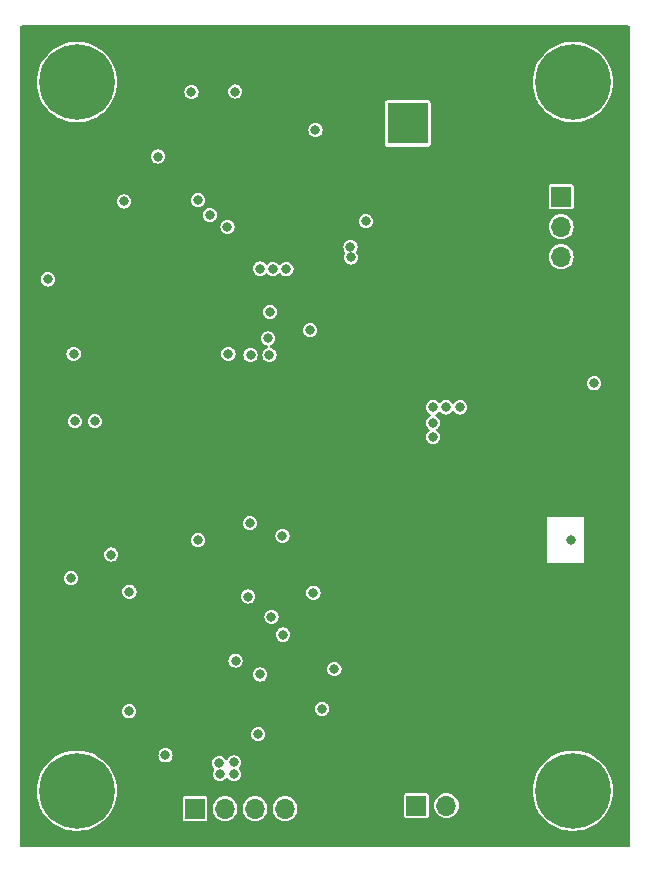
<source format=gbr>
%TF.GenerationSoftware,KiCad,Pcbnew,7.0.2-0*%
%TF.CreationDate,2025-01-08T12:57:51-05:00*%
%TF.ProjectId,plaqchek_power,706c6171-6368-4656-9b5f-706f7765722e,rev?*%
%TF.SameCoordinates,Original*%
%TF.FileFunction,Copper,L2,Inr*%
%TF.FilePolarity,Positive*%
%FSLAX46Y46*%
G04 Gerber Fmt 4.6, Leading zero omitted, Abs format (unit mm)*
G04 Created by KiCad (PCBNEW 7.0.2-0) date 2025-01-08 12:57:51*
%MOMM*%
%LPD*%
G01*
G04 APERTURE LIST*
G04 Aperture macros list*
%AMRoundRect*
0 Rectangle with rounded corners*
0 $1 Rounding radius*
0 $2 $3 $4 $5 $6 $7 $8 $9 X,Y pos of 4 corners*
0 Add a 4 corners polygon primitive as box body*
4,1,4,$2,$3,$4,$5,$6,$7,$8,$9,$2,$3,0*
0 Add four circle primitives for the rounded corners*
1,1,$1+$1,$2,$3*
1,1,$1+$1,$4,$5*
1,1,$1+$1,$6,$7*
1,1,$1+$1,$8,$9*
0 Add four rect primitives between the rounded corners*
20,1,$1+$1,$2,$3,$4,$5,0*
20,1,$1+$1,$4,$5,$6,$7,0*
20,1,$1+$1,$6,$7,$8,$9,0*
20,1,$1+$1,$8,$9,$2,$3,0*%
G04 Aperture macros list end*
%TA.AperFunction,ComponentPad*%
%ADD10R,3.500000X3.500000*%
%TD*%
%TA.AperFunction,ComponentPad*%
%ADD11RoundRect,0.750000X-1.000000X0.750000X-1.000000X-0.750000X1.000000X-0.750000X1.000000X0.750000X0*%
%TD*%
%TA.AperFunction,ComponentPad*%
%ADD12RoundRect,0.875000X-0.875000X0.875000X-0.875000X-0.875000X0.875000X-0.875000X0.875000X0.875000X0*%
%TD*%
%TA.AperFunction,ComponentPad*%
%ADD13R,1.700000X1.700000*%
%TD*%
%TA.AperFunction,ComponentPad*%
%ADD14O,1.700000X1.700000*%
%TD*%
%TA.AperFunction,ComponentPad*%
%ADD15C,6.400000*%
%TD*%
%TA.AperFunction,ViaPad*%
%ADD16C,0.800000*%
%TD*%
G04 APERTURE END LIST*
D10*
%TO.N,+12V*%
%TO.C,J3*%
X154275000Y-64300000D03*
D11*
%TO.N,GND*%
X154275000Y-58300000D03*
D12*
X149575000Y-61300000D03*
%TD*%
D13*
%TO.N,SIPM_BIAS_OUT*%
%TO.C,J1*%
X136275000Y-122300000D03*
D14*
%TO.N,+6V*%
X138815000Y-122300000D03*
%TO.N,+3V3*%
X141355000Y-122300000D03*
%TO.N,-6V5*%
X143895000Y-122300000D03*
%TO.N,GND*%
X146435000Y-122300000D03*
%TD*%
D15*
%TO.N,Net-(H2-Pad1)*%
%TO.C,H2*%
X126275000Y-120800000D03*
%TD*%
%TO.N,Net-(H4-Pad1)*%
%TO.C,H4*%
X168275000Y-120800000D03*
%TD*%
D13*
%TO.N,+12V*%
%TO.C,J2*%
X167275000Y-70500000D03*
D14*
%TO.N,+3V3*%
X167275000Y-73040000D03*
%TO.N,PD_EN*%
X167275000Y-75580000D03*
%TO.N,GND*%
X167275000Y-78120000D03*
%TD*%
D15*
%TO.N,Net-(H3-Pad1)*%
%TO.C,H3*%
X168275000Y-60800000D03*
%TD*%
D13*
%TO.N,+6V*%
%TO.C,J4*%
X155025000Y-122050000D03*
D14*
%TO.N,-6V5*%
X157565000Y-122050000D03*
%TO.N,GND*%
X160105000Y-122050000D03*
%TD*%
D15*
%TO.N,Net-(H1-Pad1)*%
%TO.C,H1*%
X126275000Y-60800000D03*
%TD*%
D16*
%TO.N,/SIPM Bias/VB_SIPM*%
X139709500Y-109775000D03*
X147025000Y-113850000D03*
X136525000Y-99575000D03*
%TO.N,GND*%
X122000000Y-112000000D03*
X172000000Y-92000000D03*
X171625000Y-56750000D03*
X140900000Y-96900000D03*
X132166372Y-79892857D03*
X147800000Y-70700000D03*
X152600000Y-74100000D03*
X150800000Y-70900000D03*
X168200000Y-115950000D03*
X172000000Y-80000000D03*
X135600000Y-111025000D03*
X147625000Y-56750000D03*
X122000000Y-97000000D03*
X123625000Y-56750000D03*
X152575000Y-99100000D03*
X155000000Y-110700000D03*
X148900000Y-73600000D03*
X123775000Y-99050000D03*
X122000000Y-70000000D03*
X153700000Y-113500000D03*
X133100000Y-66000000D03*
X169000000Y-125000000D03*
X156625000Y-56750000D03*
X122000000Y-67000000D03*
X136650000Y-115500000D03*
X153000000Y-81000000D03*
X159625000Y-56750000D03*
X122525000Y-97800000D03*
X135625000Y-56750000D03*
X122000000Y-91000000D03*
X170000000Y-90000000D03*
X122000000Y-109000000D03*
X166000000Y-125000000D03*
X162625000Y-56750000D03*
X126000000Y-70000000D03*
X135000000Y-75000000D03*
X172000000Y-104000000D03*
X125400000Y-84800000D03*
X163000000Y-125000000D03*
X141625000Y-56750000D03*
X148000000Y-125000000D03*
X126625000Y-56750000D03*
X135600000Y-108525000D03*
X165625000Y-56750000D03*
X143000000Y-87000000D03*
X134000000Y-70000000D03*
X167500000Y-95000000D03*
X124175000Y-67050000D03*
X165000000Y-92500000D03*
X122000000Y-82000000D03*
X134925000Y-93650000D03*
X139000000Y-125000000D03*
X151000000Y-83000000D03*
X162100000Y-58900000D03*
X164900000Y-116000000D03*
X150625000Y-56750000D03*
X153700000Y-111500000D03*
X154975000Y-100300000D03*
X172000000Y-95000000D03*
X135600000Y-109725000D03*
X145000000Y-89000000D03*
X172000000Y-113000000D03*
X141000000Y-89000000D03*
X129625000Y-56750000D03*
X139700000Y-65500000D03*
X157000000Y-125000000D03*
X144620000Y-100035837D03*
X134000000Y-73000000D03*
X143600000Y-98000000D03*
X172000000Y-71000000D03*
X145900000Y-73600000D03*
X153700000Y-112500000D03*
X130000000Y-125000000D03*
X136100000Y-65600000D03*
X152575000Y-100300000D03*
X172000000Y-65000000D03*
X122000000Y-103000000D03*
X172000000Y-59000000D03*
X122000000Y-76000000D03*
X122000000Y-106000000D03*
X136650000Y-114200000D03*
X140875000Y-100500000D03*
X133725000Y-93650000D03*
X136650000Y-113000000D03*
X153775000Y-100300000D03*
X122000000Y-121000000D03*
X131900000Y-71000000D03*
X153775000Y-102000000D03*
X126100000Y-90600000D03*
X122000000Y-79000000D03*
X124000000Y-125000000D03*
X136000000Y-125000000D03*
X154000000Y-125000000D03*
X122000000Y-88000000D03*
X141600000Y-109900000D03*
X147100000Y-114900000D03*
X172000000Y-74000000D03*
X147000000Y-87000000D03*
X122000000Y-85000000D03*
X124150000Y-115100000D03*
X142700000Y-116000000D03*
X172000000Y-116000000D03*
X149000000Y-85000000D03*
X125225000Y-65750000D03*
X122000000Y-64000000D03*
X154975000Y-99100000D03*
X131775000Y-58050000D03*
X146420000Y-100135837D03*
X136225000Y-93650000D03*
X172000000Y-83000000D03*
X149200000Y-110500000D03*
X125500000Y-77500000D03*
X122000000Y-124000000D03*
X151000000Y-125000000D03*
X161850000Y-111480000D03*
X135600000Y-114200000D03*
X136200000Y-79000000D03*
X127000000Y-125000000D03*
X122000000Y-94000000D03*
X138975000Y-99800000D03*
X172000000Y-125000000D03*
X122000000Y-118000000D03*
X133600000Y-78400000D03*
X167075000Y-81000000D03*
X172000000Y-107000000D03*
X136650000Y-108525000D03*
X172000000Y-62000000D03*
X168625000Y-56750000D03*
X172000000Y-77000000D03*
X136225000Y-94700000D03*
X133000000Y-125000000D03*
X157300000Y-83600000D03*
X147800000Y-71700000D03*
X172000000Y-86000000D03*
X136650000Y-111025000D03*
X147900000Y-73600000D03*
X133600000Y-76000000D03*
X155000000Y-79000000D03*
X134800000Y-61600000D03*
X153800000Y-105400000D03*
X172000000Y-101000000D03*
X122000000Y-100000000D03*
X160000000Y-125000000D03*
X155000000Y-114500000D03*
X172000000Y-119000000D03*
X127800000Y-90600000D03*
X145000000Y-125000000D03*
X167875000Y-109150000D03*
X138625000Y-56750000D03*
X122000000Y-73000000D03*
X132625000Y-56750000D03*
X135600000Y-115500000D03*
X145000000Y-85000000D03*
X126900000Y-102800000D03*
X138500000Y-61600000D03*
X155500000Y-71200000D03*
X142000000Y-125000000D03*
X172000000Y-110000000D03*
X136650000Y-109725000D03*
X172000000Y-89000000D03*
X122000000Y-115000000D03*
X168075000Y-99550000D03*
X133725000Y-94700000D03*
X134925000Y-94700000D03*
X135600000Y-113000000D03*
X172000000Y-68000000D03*
X144800000Y-107600000D03*
X122000000Y-61000000D03*
X128500000Y-82500000D03*
X172000000Y-122000000D03*
X129600000Y-103900000D03*
X144625000Y-56750000D03*
X153775000Y-99100000D03*
X146500000Y-107700000D03*
X172000000Y-98000000D03*
X163675000Y-118150000D03*
X143000000Y-91000000D03*
X152500000Y-103800000D03*
X133800000Y-79300000D03*
X151000000Y-91000000D03*
X147000000Y-91000000D03*
%TO.N,/SIPM Bias/COMP_SIPM*%
X142750000Y-106075000D03*
X146295837Y-104026878D03*
%TO.N,/SIPM Bias/VOUT_SIPM*%
X130720000Y-103935837D03*
X140920000Y-98135837D03*
X141620000Y-116000000D03*
X130710000Y-114070000D03*
%TO.N,+12V*%
X135975000Y-61650000D03*
X146025000Y-81800000D03*
X139675000Y-61600000D03*
X129175000Y-100800000D03*
X123800000Y-77500000D03*
X146475000Y-64850000D03*
X130275000Y-70900000D03*
%TO.N,/main_pwr/SW_3V3*%
X142870000Y-76630000D03*
X149440000Y-74780000D03*
X141780000Y-76590000D03*
X149460000Y-75640000D03*
X144010000Y-76650000D03*
X150730000Y-72580000D03*
%TO.N,+6V*%
X126100000Y-89500000D03*
X142575000Y-83900000D03*
X142625000Y-80250000D03*
X138325000Y-118450000D03*
X138375000Y-119400000D03*
X133125000Y-67100000D03*
X127800000Y-89500000D03*
X139575000Y-119400000D03*
X139575000Y-118400000D03*
X140975000Y-83900000D03*
X142475000Y-82500000D03*
%TO.N,-6V5*%
X158720000Y-88335837D03*
X156420000Y-89635837D03*
X156420000Y-90835837D03*
X156420000Y-88335837D03*
X157520000Y-88335837D03*
%TO.N,SIPM_BIAS_OUT*%
X133775000Y-117800000D03*
X125775000Y-102800000D03*
%TO.N,+3V3*%
X139025000Y-73050000D03*
X136525000Y-70800000D03*
X170075000Y-86300000D03*
X137525000Y-72050000D03*
%TO.N,PD_EN*%
X148075000Y-110500000D03*
%TO.N,/main_pwr/VOUT_6V*%
X139100000Y-83800000D03*
X126000000Y-83800000D03*
%TO.N,/SIPM Bias/FB_SIPM_OUT*%
X140770837Y-104351878D03*
X143679435Y-99201878D03*
%TO.N,/SIPM Bias/EN_SIPM_R*%
X141800000Y-110950000D03*
X143725000Y-107577000D03*
%TD*%
%TA.AperFunction,Conductor*%
%TO.N,GND*%
G36*
X173017539Y-56020185D02*
G01*
X173063294Y-56072989D01*
X173074500Y-56124500D01*
X173074500Y-125475500D01*
X173054815Y-125542539D01*
X173002011Y-125588294D01*
X172950500Y-125599500D01*
X121599500Y-125599500D01*
X121532461Y-125579815D01*
X121486706Y-125527011D01*
X121475500Y-125475500D01*
X121475500Y-120800000D01*
X122869506Y-120800000D01*
X122869688Y-120803356D01*
X122889286Y-121164835D01*
X122889287Y-121164846D01*
X122889469Y-121168199D01*
X122890013Y-121171520D01*
X122890014Y-121171525D01*
X122937889Y-121463550D01*
X122949125Y-121532081D01*
X123047773Y-121887379D01*
X123049015Y-121890496D01*
X123049018Y-121890505D01*
X123183012Y-122226806D01*
X123184257Y-122229930D01*
X123185827Y-122232892D01*
X123185832Y-122232902D01*
X123303027Y-122453954D01*
X123356978Y-122555716D01*
X123563910Y-122860917D01*
X123566083Y-122863475D01*
X123771730Y-123105582D01*
X123802627Y-123141956D01*
X123805058Y-123144259D01*
X123805064Y-123144265D01*
X124010503Y-123338867D01*
X124070330Y-123395538D01*
X124073006Y-123397572D01*
X124361202Y-123616654D01*
X124361208Y-123616658D01*
X124363881Y-123618690D01*
X124679838Y-123808795D01*
X125014497Y-123963625D01*
X125363934Y-124081364D01*
X125724052Y-124160632D01*
X126090630Y-124200500D01*
X126093988Y-124200500D01*
X126456012Y-124200500D01*
X126459370Y-124200500D01*
X126825948Y-124160632D01*
X127186066Y-124081364D01*
X127535503Y-123963625D01*
X127870162Y-123808795D01*
X128186119Y-123618690D01*
X128479670Y-123395538D01*
X128718033Y-123169748D01*
X135224500Y-123169748D01*
X135236132Y-123228230D01*
X135280447Y-123294552D01*
X135346769Y-123338867D01*
X135405251Y-123350500D01*
X135405252Y-123350500D01*
X137144749Y-123350500D01*
X137173989Y-123344683D01*
X137203231Y-123338867D01*
X137269552Y-123294552D01*
X137313867Y-123228231D01*
X137325500Y-123169748D01*
X137325500Y-122300000D01*
X137759417Y-122300000D01*
X137779699Y-122505932D01*
X137794801Y-122555716D01*
X137839768Y-122703954D01*
X137937315Y-122886450D01*
X137988609Y-122948952D01*
X138068589Y-123046410D01*
X138120324Y-123088867D01*
X138228550Y-123177685D01*
X138411046Y-123275232D01*
X138609066Y-123335300D01*
X138815000Y-123355583D01*
X139020934Y-123335300D01*
X139218954Y-123275232D01*
X139401450Y-123177685D01*
X139561410Y-123046410D01*
X139692685Y-122886450D01*
X139790232Y-122703954D01*
X139850300Y-122505934D01*
X139870583Y-122300000D01*
X140299417Y-122300000D01*
X140319699Y-122505932D01*
X140334801Y-122555716D01*
X140379768Y-122703954D01*
X140477315Y-122886450D01*
X140528609Y-122948952D01*
X140608589Y-123046410D01*
X140660324Y-123088867D01*
X140768550Y-123177685D01*
X140951046Y-123275232D01*
X141149066Y-123335300D01*
X141355000Y-123355583D01*
X141560934Y-123335300D01*
X141758954Y-123275232D01*
X141941450Y-123177685D01*
X142101410Y-123046410D01*
X142232685Y-122886450D01*
X142330232Y-122703954D01*
X142390300Y-122505934D01*
X142410583Y-122300000D01*
X142839417Y-122300000D01*
X142859699Y-122505932D01*
X142874801Y-122555716D01*
X142919768Y-122703954D01*
X143017315Y-122886450D01*
X143068609Y-122948952D01*
X143148589Y-123046410D01*
X143200324Y-123088867D01*
X143308550Y-123177685D01*
X143491046Y-123275232D01*
X143689066Y-123335300D01*
X143895000Y-123355583D01*
X144100934Y-123335300D01*
X144298954Y-123275232D01*
X144481450Y-123177685D01*
X144641410Y-123046410D01*
X144745358Y-122919748D01*
X153974500Y-122919748D01*
X153986132Y-122978230D01*
X154030447Y-123044552D01*
X154096769Y-123088867D01*
X154155251Y-123100500D01*
X154155252Y-123100500D01*
X155894749Y-123100500D01*
X155923989Y-123094683D01*
X155953231Y-123088867D01*
X156019552Y-123044552D01*
X156063867Y-122978231D01*
X156075500Y-122919748D01*
X156075500Y-122050000D01*
X156509417Y-122050000D01*
X156529699Y-122255932D01*
X156529700Y-122255934D01*
X156589768Y-122453954D01*
X156687315Y-122636450D01*
X156738608Y-122698952D01*
X156818589Y-122796410D01*
X156893801Y-122858134D01*
X156978550Y-122927685D01*
X157161046Y-123025232D01*
X157359066Y-123085300D01*
X157565000Y-123105583D01*
X157770934Y-123085300D01*
X157968954Y-123025232D01*
X158151450Y-122927685D01*
X158311410Y-122796410D01*
X158442685Y-122636450D01*
X158540232Y-122453954D01*
X158600300Y-122255934D01*
X158620583Y-122050000D01*
X158600300Y-121844066D01*
X158540232Y-121646046D01*
X158442685Y-121463550D01*
X158367363Y-121371769D01*
X158311410Y-121303589D01*
X158161121Y-121180252D01*
X158151450Y-121172315D01*
X157968954Y-121074768D01*
X157869943Y-121044733D01*
X157770932Y-121014699D01*
X157565000Y-120994417D01*
X157359067Y-121014699D01*
X157161043Y-121074769D01*
X156978551Y-121172314D01*
X156818589Y-121303589D01*
X156687314Y-121463551D01*
X156589769Y-121646043D01*
X156529699Y-121844067D01*
X156509417Y-122050000D01*
X156075500Y-122050000D01*
X156075500Y-121180252D01*
X156072433Y-121164835D01*
X156063867Y-121121769D01*
X156019552Y-121055447D01*
X155953230Y-121011132D01*
X155894749Y-120999500D01*
X155894748Y-120999500D01*
X154155252Y-120999500D01*
X154155251Y-120999500D01*
X154096769Y-121011132D01*
X154030447Y-121055447D01*
X153986132Y-121121769D01*
X153974500Y-121180251D01*
X153974500Y-122919748D01*
X144745358Y-122919748D01*
X144772685Y-122886450D01*
X144870232Y-122703954D01*
X144930300Y-122505934D01*
X144950583Y-122300000D01*
X144930300Y-122094066D01*
X144870232Y-121896046D01*
X144772685Y-121713550D01*
X144707047Y-121633570D01*
X144641410Y-121553589D01*
X144543952Y-121473608D01*
X144481450Y-121422315D01*
X144298954Y-121324768D01*
X144199944Y-121294733D01*
X144100932Y-121264699D01*
X143917497Y-121246632D01*
X143895000Y-121244417D01*
X143894999Y-121244417D01*
X143689067Y-121264699D01*
X143491043Y-121324769D01*
X143308551Y-121422314D01*
X143148589Y-121553589D01*
X143017314Y-121713551D01*
X142919769Y-121896043D01*
X142859699Y-122094067D01*
X142839417Y-122300000D01*
X142410583Y-122300000D01*
X142390300Y-122094066D01*
X142330232Y-121896046D01*
X142232685Y-121713550D01*
X142167047Y-121633570D01*
X142101410Y-121553589D01*
X142003952Y-121473608D01*
X141941450Y-121422315D01*
X141758954Y-121324768D01*
X141659943Y-121294733D01*
X141560932Y-121264699D01*
X141377497Y-121246632D01*
X141355000Y-121244417D01*
X141354999Y-121244417D01*
X141149067Y-121264699D01*
X140951043Y-121324769D01*
X140768551Y-121422314D01*
X140608589Y-121553589D01*
X140477314Y-121713551D01*
X140379769Y-121896043D01*
X140319699Y-122094067D01*
X140299417Y-122300000D01*
X139870583Y-122300000D01*
X139850300Y-122094066D01*
X139790232Y-121896046D01*
X139692685Y-121713550D01*
X139627047Y-121633570D01*
X139561410Y-121553589D01*
X139463952Y-121473608D01*
X139401450Y-121422315D01*
X139218954Y-121324768D01*
X139119943Y-121294733D01*
X139020932Y-121264699D01*
X138815000Y-121244417D01*
X138609067Y-121264699D01*
X138411043Y-121324769D01*
X138228551Y-121422314D01*
X138068589Y-121553589D01*
X137937314Y-121713551D01*
X137839769Y-121896043D01*
X137779699Y-122094067D01*
X137759417Y-122300000D01*
X137325500Y-122300000D01*
X137325500Y-121430252D01*
X137313867Y-121371769D01*
X137313867Y-121371768D01*
X137269552Y-121305447D01*
X137203230Y-121261132D01*
X137144749Y-121249500D01*
X137144748Y-121249500D01*
X135405252Y-121249500D01*
X135405251Y-121249500D01*
X135346769Y-121261132D01*
X135280447Y-121305447D01*
X135236132Y-121371769D01*
X135224500Y-121430251D01*
X135224500Y-123169748D01*
X128718033Y-123169748D01*
X128747373Y-123141956D01*
X128986090Y-122860917D01*
X129193022Y-122555716D01*
X129365743Y-122229930D01*
X129502227Y-121887379D01*
X129600875Y-121532081D01*
X129660531Y-121168199D01*
X129680494Y-120800000D01*
X164869506Y-120800000D01*
X164869688Y-120803356D01*
X164889286Y-121164835D01*
X164889287Y-121164846D01*
X164889469Y-121168199D01*
X164890013Y-121171520D01*
X164890014Y-121171525D01*
X164937889Y-121463550D01*
X164949125Y-121532081D01*
X165047773Y-121887379D01*
X165049015Y-121890496D01*
X165049018Y-121890505D01*
X165183012Y-122226806D01*
X165184257Y-122229930D01*
X165185827Y-122232892D01*
X165185832Y-122232902D01*
X165303027Y-122453954D01*
X165356978Y-122555716D01*
X165563910Y-122860917D01*
X165566083Y-122863475D01*
X165771730Y-123105582D01*
X165802627Y-123141956D01*
X165805058Y-123144259D01*
X165805064Y-123144265D01*
X166010503Y-123338867D01*
X166070330Y-123395538D01*
X166073006Y-123397572D01*
X166361202Y-123616654D01*
X166361208Y-123616658D01*
X166363881Y-123618690D01*
X166679838Y-123808795D01*
X167014497Y-123963625D01*
X167363934Y-124081364D01*
X167724052Y-124160632D01*
X168090630Y-124200500D01*
X168093988Y-124200500D01*
X168456012Y-124200500D01*
X168459370Y-124200500D01*
X168825948Y-124160632D01*
X169186066Y-124081364D01*
X169535503Y-123963625D01*
X169870162Y-123808795D01*
X170186119Y-123618690D01*
X170479670Y-123395538D01*
X170747373Y-123141956D01*
X170986090Y-122860917D01*
X171193022Y-122555716D01*
X171365743Y-122229930D01*
X171502227Y-121887379D01*
X171600875Y-121532081D01*
X171660531Y-121168199D01*
X171680494Y-120800000D01*
X171660531Y-120431801D01*
X171600875Y-120067919D01*
X171502227Y-119712621D01*
X171365743Y-119370070D01*
X171193022Y-119044284D01*
X170986090Y-118739083D01*
X170747373Y-118458044D01*
X170744940Y-118455739D01*
X170744935Y-118455734D01*
X170482110Y-118206773D01*
X170482107Y-118206770D01*
X170479670Y-118204462D01*
X170421768Y-118160446D01*
X170188797Y-117983345D01*
X170188787Y-117983338D01*
X170186119Y-117981310D01*
X169958435Y-117844317D01*
X169873044Y-117792939D01*
X169873043Y-117792938D01*
X169870162Y-117791205D01*
X169535503Y-117636375D01*
X169445393Y-117606013D01*
X169189249Y-117519708D01*
X169189240Y-117519705D01*
X169186066Y-117518636D01*
X169182798Y-117517916D01*
X169182785Y-117517913D01*
X168829235Y-117440091D01*
X168829225Y-117440089D01*
X168825948Y-117439368D01*
X168459370Y-117399500D01*
X168090630Y-117399500D01*
X168087293Y-117399862D01*
X168087291Y-117399863D01*
X167727398Y-117439004D01*
X167727396Y-117439004D01*
X167724052Y-117439368D01*
X167720777Y-117440088D01*
X167720764Y-117440091D01*
X167367214Y-117517913D01*
X167367196Y-117517917D01*
X167363934Y-117518636D01*
X167360763Y-117519704D01*
X167360750Y-117519708D01*
X167017684Y-117635301D01*
X167017681Y-117635302D01*
X167014497Y-117636375D01*
X167011448Y-117637785D01*
X167011442Y-117637788D01*
X166682893Y-117789791D01*
X166682884Y-117789795D01*
X166679838Y-117791205D01*
X166676963Y-117792934D01*
X166676955Y-117792939D01*
X166366762Y-117979576D01*
X166366754Y-117979580D01*
X166363881Y-117981310D01*
X166361220Y-117983332D01*
X166361202Y-117983345D01*
X166073006Y-118202427D01*
X166072997Y-118202434D01*
X166070330Y-118204462D01*
X166067901Y-118206762D01*
X166067889Y-118206773D01*
X165805064Y-118455734D01*
X165805049Y-118455749D01*
X165802627Y-118458044D01*
X165800464Y-118460589D01*
X165800453Y-118460602D01*
X165566083Y-118736524D01*
X165566077Y-118736531D01*
X165563910Y-118739083D01*
X165562029Y-118741855D01*
X165562023Y-118741865D01*
X165406179Y-118971718D01*
X165356978Y-119044284D01*
X165355403Y-119047254D01*
X165355401Y-119047258D01*
X165185832Y-119367097D01*
X165185823Y-119367114D01*
X165184257Y-119370070D01*
X165183016Y-119373182D01*
X165183012Y-119373193D01*
X165049018Y-119709494D01*
X165049013Y-119709508D01*
X165047773Y-119712621D01*
X164949125Y-120067919D01*
X164948581Y-120071236D01*
X164948579Y-120071246D01*
X164890014Y-120428474D01*
X164889469Y-120431801D01*
X164889287Y-120435151D01*
X164889286Y-120435164D01*
X164869688Y-120796643D01*
X164869506Y-120800000D01*
X129680494Y-120800000D01*
X129660531Y-120431801D01*
X129600875Y-120067919D01*
X129502227Y-119712621D01*
X129365743Y-119370070D01*
X129193022Y-119044284D01*
X128986090Y-118739083D01*
X128747373Y-118458044D01*
X128744940Y-118455739D01*
X128744935Y-118455734D01*
X128738882Y-118450000D01*
X137719317Y-118450000D01*
X137739956Y-118606762D01*
X137800463Y-118752840D01*
X137899643Y-118882094D01*
X137924837Y-118947263D01*
X137910799Y-119015708D01*
X137899643Y-119033066D01*
X137850463Y-119097159D01*
X137789956Y-119243237D01*
X137769317Y-119399999D01*
X137789956Y-119556762D01*
X137850463Y-119702840D01*
X137946717Y-119828282D01*
X138072158Y-119924535D01*
X138072159Y-119924536D01*
X138218238Y-119985044D01*
X138354361Y-120002964D01*
X138374999Y-120005682D01*
X138374999Y-120005681D01*
X138375000Y-120005682D01*
X138531762Y-119985044D01*
X138677841Y-119924536D01*
X138803282Y-119828282D01*
X138876623Y-119732701D01*
X138933052Y-119691498D01*
X139002798Y-119687343D01*
X139063718Y-119721555D01*
X139073376Y-119732701D01*
X139146717Y-119828282D01*
X139272158Y-119924535D01*
X139272159Y-119924536D01*
X139418238Y-119985044D01*
X139554360Y-120002964D01*
X139574999Y-120005682D01*
X139574999Y-120005681D01*
X139575000Y-120005682D01*
X139731762Y-119985044D01*
X139877841Y-119924536D01*
X140003282Y-119828282D01*
X140099536Y-119702841D01*
X140160044Y-119556762D01*
X140180682Y-119400000D01*
X140160044Y-119243238D01*
X140099536Y-119097159D01*
X140085176Y-119078445D01*
X140006173Y-118975485D01*
X139980979Y-118910316D01*
X139995017Y-118841871D01*
X140006173Y-118824514D01*
X140099536Y-118702841D01*
X140160044Y-118556762D01*
X140180682Y-118400000D01*
X140160044Y-118243238D01*
X140099536Y-118097159D01*
X140099535Y-118097159D01*
X140003282Y-117971717D01*
X139877840Y-117875463D01*
X139731762Y-117814956D01*
X139574999Y-117794317D01*
X139418237Y-117814956D01*
X139272159Y-117875463D01*
X139146717Y-117971717D01*
X139050463Y-118097159D01*
X139048762Y-118101266D01*
X139004918Y-118155667D01*
X138938623Y-118177728D01*
X138870924Y-118160446D01*
X138835827Y-118129293D01*
X138753282Y-118021717D01*
X138627840Y-117925463D01*
X138481762Y-117864956D01*
X138325000Y-117844317D01*
X138168237Y-117864956D01*
X138022159Y-117925463D01*
X137896717Y-118021717D01*
X137800463Y-118147159D01*
X137739956Y-118293237D01*
X137719317Y-118450000D01*
X128738882Y-118450000D01*
X128482110Y-118206773D01*
X128482107Y-118206770D01*
X128479670Y-118204462D01*
X128421768Y-118160446D01*
X128188797Y-117983345D01*
X128188787Y-117983338D01*
X128186119Y-117981310D01*
X127958435Y-117844317D01*
X127884778Y-117799999D01*
X133169317Y-117799999D01*
X133189956Y-117956762D01*
X133250463Y-118102840D01*
X133346717Y-118228282D01*
X133472158Y-118324535D01*
X133472159Y-118324536D01*
X133618238Y-118385044D01*
X133754360Y-118402964D01*
X133774999Y-118405682D01*
X133774999Y-118405681D01*
X133775000Y-118405682D01*
X133931762Y-118385044D01*
X134077841Y-118324536D01*
X134203282Y-118228282D01*
X134299536Y-118102841D01*
X134360044Y-117956762D01*
X134380682Y-117800000D01*
X134360044Y-117643238D01*
X134299536Y-117497159D01*
X134203282Y-117371717D01*
X134077840Y-117275463D01*
X133931762Y-117214956D01*
X133774999Y-117194317D01*
X133618237Y-117214956D01*
X133472159Y-117275463D01*
X133346717Y-117371717D01*
X133250463Y-117497159D01*
X133189956Y-117643237D01*
X133169317Y-117799999D01*
X127884778Y-117799999D01*
X127873044Y-117792939D01*
X127873043Y-117792938D01*
X127870162Y-117791205D01*
X127535503Y-117636375D01*
X127445393Y-117606013D01*
X127189249Y-117519708D01*
X127189240Y-117519705D01*
X127186066Y-117518636D01*
X127182798Y-117517916D01*
X127182785Y-117517913D01*
X126829235Y-117440091D01*
X126829225Y-117440089D01*
X126825948Y-117439368D01*
X126459370Y-117399500D01*
X126090630Y-117399500D01*
X126087293Y-117399862D01*
X126087291Y-117399863D01*
X125727398Y-117439004D01*
X125727396Y-117439004D01*
X125724052Y-117439368D01*
X125720777Y-117440088D01*
X125720764Y-117440091D01*
X125367214Y-117517913D01*
X125367196Y-117517917D01*
X125363934Y-117518636D01*
X125360763Y-117519704D01*
X125360750Y-117519708D01*
X125017684Y-117635301D01*
X125017681Y-117635302D01*
X125014497Y-117636375D01*
X125011448Y-117637785D01*
X125011442Y-117637788D01*
X124682893Y-117789791D01*
X124682884Y-117789795D01*
X124679838Y-117791205D01*
X124676963Y-117792934D01*
X124676955Y-117792939D01*
X124366762Y-117979576D01*
X124366754Y-117979580D01*
X124363881Y-117981310D01*
X124361220Y-117983332D01*
X124361202Y-117983345D01*
X124073006Y-118202427D01*
X124072997Y-118202434D01*
X124070330Y-118204462D01*
X124067901Y-118206762D01*
X124067889Y-118206773D01*
X123805064Y-118455734D01*
X123805049Y-118455749D01*
X123802627Y-118458044D01*
X123800464Y-118460589D01*
X123800453Y-118460602D01*
X123566083Y-118736524D01*
X123566077Y-118736531D01*
X123563910Y-118739083D01*
X123562029Y-118741855D01*
X123562023Y-118741865D01*
X123406179Y-118971718D01*
X123356978Y-119044284D01*
X123355403Y-119047254D01*
X123355401Y-119047258D01*
X123185832Y-119367097D01*
X123185823Y-119367114D01*
X123184257Y-119370070D01*
X123183016Y-119373182D01*
X123183012Y-119373193D01*
X123049018Y-119709494D01*
X123049013Y-119709508D01*
X123047773Y-119712621D01*
X122949125Y-120067919D01*
X122948581Y-120071236D01*
X122948579Y-120071246D01*
X122890014Y-120428474D01*
X122889469Y-120431801D01*
X122889287Y-120435151D01*
X122889286Y-120435164D01*
X122869688Y-120796643D01*
X122869506Y-120800000D01*
X121475500Y-120800000D01*
X121475500Y-115999999D01*
X141014317Y-115999999D01*
X141034956Y-116156762D01*
X141095463Y-116302840D01*
X141191717Y-116428282D01*
X141317158Y-116524536D01*
X141317159Y-116524536D01*
X141463238Y-116585044D01*
X141620000Y-116605682D01*
X141776762Y-116585044D01*
X141922841Y-116524536D01*
X142048282Y-116428282D01*
X142144536Y-116302841D01*
X142205044Y-116156762D01*
X142225682Y-116000000D01*
X142205044Y-115843238D01*
X142144536Y-115697159D01*
X142144536Y-115697158D01*
X142048282Y-115571717D01*
X141922840Y-115475463D01*
X141776762Y-115414956D01*
X141619999Y-115394317D01*
X141463237Y-115414956D01*
X141317159Y-115475463D01*
X141191717Y-115571717D01*
X141095463Y-115697159D01*
X141034956Y-115843237D01*
X141014317Y-115999999D01*
X121475500Y-115999999D01*
X121475500Y-114070000D01*
X130104317Y-114070000D01*
X130124956Y-114226762D01*
X130185463Y-114372840D01*
X130281717Y-114498282D01*
X130407159Y-114594535D01*
X130407159Y-114594536D01*
X130553238Y-114655044D01*
X130710000Y-114675682D01*
X130866762Y-114655044D01*
X131012841Y-114594536D01*
X131138282Y-114498282D01*
X131234536Y-114372841D01*
X131295044Y-114226762D01*
X131315682Y-114070000D01*
X131295044Y-113913238D01*
X131268850Y-113849999D01*
X146419317Y-113849999D01*
X146439956Y-114006762D01*
X146500463Y-114152840D01*
X146596717Y-114278282D01*
X146719949Y-114372840D01*
X146722159Y-114374536D01*
X146868238Y-114435044D01*
X147004360Y-114452964D01*
X147024999Y-114455682D01*
X147024999Y-114455681D01*
X147025000Y-114455682D01*
X147181762Y-114435044D01*
X147327841Y-114374536D01*
X147453282Y-114278282D01*
X147549536Y-114152841D01*
X147610044Y-114006762D01*
X147630682Y-113850000D01*
X147610044Y-113693238D01*
X147549536Y-113547159D01*
X147501806Y-113484956D01*
X147453282Y-113421717D01*
X147327840Y-113325463D01*
X147181762Y-113264956D01*
X147024999Y-113244317D01*
X146868237Y-113264956D01*
X146722159Y-113325463D01*
X146596717Y-113421717D01*
X146500463Y-113547159D01*
X146439956Y-113693237D01*
X146419317Y-113849999D01*
X131268850Y-113849999D01*
X131234536Y-113767159D01*
X131177814Y-113693237D01*
X131138282Y-113641717D01*
X131012840Y-113545463D01*
X130866762Y-113484956D01*
X130710000Y-113464317D01*
X130553237Y-113484956D01*
X130407159Y-113545463D01*
X130281717Y-113641717D01*
X130185463Y-113767159D01*
X130124956Y-113913237D01*
X130104317Y-114070000D01*
X121475500Y-114070000D01*
X121475500Y-110950000D01*
X141194317Y-110950000D01*
X141214956Y-111106762D01*
X141275463Y-111252840D01*
X141371717Y-111378282D01*
X141497158Y-111474536D01*
X141497159Y-111474536D01*
X141643238Y-111535044D01*
X141800000Y-111555682D01*
X141956762Y-111535044D01*
X142102841Y-111474536D01*
X142228282Y-111378282D01*
X142324536Y-111252841D01*
X142385044Y-111106762D01*
X142405682Y-110950000D01*
X142385044Y-110793238D01*
X142324536Y-110647159D01*
X142324536Y-110647158D01*
X142228282Y-110521717D01*
X142199980Y-110500000D01*
X147469317Y-110500000D01*
X147489956Y-110656762D01*
X147550463Y-110802840D01*
X147646717Y-110928282D01*
X147772158Y-111024536D01*
X147772159Y-111024536D01*
X147918238Y-111085044D01*
X148054360Y-111102964D01*
X148074999Y-111105682D01*
X148074999Y-111105681D01*
X148075000Y-111105682D01*
X148231762Y-111085044D01*
X148377841Y-111024536D01*
X148503282Y-110928282D01*
X148599536Y-110802841D01*
X148660044Y-110656762D01*
X148680682Y-110500000D01*
X148660044Y-110343238D01*
X148599536Y-110197159D01*
X148599535Y-110197158D01*
X148503282Y-110071717D01*
X148377840Y-109975463D01*
X148231762Y-109914956D01*
X148074999Y-109894317D01*
X147918237Y-109914956D01*
X147772159Y-109975463D01*
X147646717Y-110071717D01*
X147550463Y-110197159D01*
X147489956Y-110343237D01*
X147469317Y-110500000D01*
X142199980Y-110500000D01*
X142102840Y-110425463D01*
X141956762Y-110364956D01*
X141800000Y-110344317D01*
X141643237Y-110364956D01*
X141497159Y-110425463D01*
X141371717Y-110521717D01*
X141275463Y-110647159D01*
X141214956Y-110793237D01*
X141194317Y-110950000D01*
X121475500Y-110950000D01*
X121475500Y-109775000D01*
X139103817Y-109775000D01*
X139124456Y-109931762D01*
X139184963Y-110077840D01*
X139281217Y-110203282D01*
X139406658Y-110299536D01*
X139406659Y-110299536D01*
X139552738Y-110360044D01*
X139709500Y-110380682D01*
X139866262Y-110360044D01*
X140012341Y-110299536D01*
X140137782Y-110203282D01*
X140234036Y-110077841D01*
X140294544Y-109931762D01*
X140315182Y-109775000D01*
X140294544Y-109618238D01*
X140234036Y-109472159D01*
X140234035Y-109472158D01*
X140137782Y-109346717D01*
X140012340Y-109250463D01*
X139866262Y-109189956D01*
X139709500Y-109169317D01*
X139552737Y-109189956D01*
X139406659Y-109250463D01*
X139281217Y-109346717D01*
X139184963Y-109472159D01*
X139124456Y-109618237D01*
X139103817Y-109775000D01*
X121475500Y-109775000D01*
X121475500Y-107577000D01*
X143119317Y-107577000D01*
X143139956Y-107733762D01*
X143200463Y-107879840D01*
X143296717Y-108005282D01*
X143422159Y-108101536D01*
X143568238Y-108162044D01*
X143704360Y-108179964D01*
X143724999Y-108182682D01*
X143724999Y-108182681D01*
X143725000Y-108182682D01*
X143881762Y-108162044D01*
X144027841Y-108101536D01*
X144153282Y-108005282D01*
X144249536Y-107879841D01*
X144310044Y-107733762D01*
X144330682Y-107577000D01*
X144310044Y-107420238D01*
X144249536Y-107274159D01*
X144153282Y-107148717D01*
X144027840Y-107052463D01*
X143881762Y-106991956D01*
X143725000Y-106971317D01*
X143568237Y-106991956D01*
X143422159Y-107052463D01*
X143296717Y-107148717D01*
X143200463Y-107274159D01*
X143139956Y-107420237D01*
X143119317Y-107577000D01*
X121475500Y-107577000D01*
X121475500Y-106074999D01*
X142144317Y-106074999D01*
X142164956Y-106231762D01*
X142225463Y-106377840D01*
X142321717Y-106503282D01*
X142447158Y-106599536D01*
X142447159Y-106599536D01*
X142593238Y-106660044D01*
X142750000Y-106680682D01*
X142906762Y-106660044D01*
X143052841Y-106599536D01*
X143178282Y-106503282D01*
X143274536Y-106377841D01*
X143335044Y-106231762D01*
X143355682Y-106075000D01*
X143335044Y-105918238D01*
X143274536Y-105772159D01*
X143274536Y-105772158D01*
X143178282Y-105646717D01*
X143052840Y-105550463D01*
X142906762Y-105489956D01*
X142750000Y-105469317D01*
X142593237Y-105489956D01*
X142447159Y-105550463D01*
X142321717Y-105646717D01*
X142225463Y-105772159D01*
X142164956Y-105918237D01*
X142144317Y-106074999D01*
X121475500Y-106074999D01*
X121475500Y-103935837D01*
X130114317Y-103935837D01*
X130134956Y-104092599D01*
X130195463Y-104238677D01*
X130291717Y-104364119D01*
X130410365Y-104455160D01*
X130417159Y-104460373D01*
X130563238Y-104520881D01*
X130720000Y-104541519D01*
X130876762Y-104520881D01*
X131022841Y-104460373D01*
X131148282Y-104364119D01*
X131157675Y-104351878D01*
X140165154Y-104351878D01*
X140185793Y-104508640D01*
X140246300Y-104654718D01*
X140342554Y-104780160D01*
X140467995Y-104876414D01*
X140467996Y-104876414D01*
X140614075Y-104936922D01*
X140770837Y-104957560D01*
X140927599Y-104936922D01*
X141073678Y-104876414D01*
X141199119Y-104780160D01*
X141295373Y-104654719D01*
X141355881Y-104508640D01*
X141376519Y-104351878D01*
X141355881Y-104195116D01*
X141295373Y-104049037D01*
X141278369Y-104026877D01*
X145690154Y-104026877D01*
X145710793Y-104183640D01*
X145771300Y-104329718D01*
X145867554Y-104455160D01*
X145992995Y-104551414D01*
X145992996Y-104551414D01*
X146139075Y-104611922D01*
X146275197Y-104629842D01*
X146295836Y-104632560D01*
X146295836Y-104632559D01*
X146295837Y-104632560D01*
X146452599Y-104611922D01*
X146598678Y-104551414D01*
X146724119Y-104455160D01*
X146820373Y-104329719D01*
X146880881Y-104183640D01*
X146901519Y-104026878D01*
X146880881Y-103870116D01*
X146820373Y-103724037D01*
X146820372Y-103724037D01*
X146724119Y-103598595D01*
X146598677Y-103502341D01*
X146452599Y-103441834D01*
X146295836Y-103421195D01*
X146139074Y-103441834D01*
X145992996Y-103502341D01*
X145867554Y-103598595D01*
X145771300Y-103724037D01*
X145710793Y-103870115D01*
X145690154Y-104026877D01*
X141278369Y-104026877D01*
X141199119Y-103923595D01*
X141073677Y-103827341D01*
X140927599Y-103766834D01*
X140770837Y-103746195D01*
X140614074Y-103766834D01*
X140467996Y-103827341D01*
X140342554Y-103923595D01*
X140246300Y-104049037D01*
X140185793Y-104195115D01*
X140165154Y-104351878D01*
X131157675Y-104351878D01*
X131244536Y-104238678D01*
X131305044Y-104092599D01*
X131325682Y-103935837D01*
X131305044Y-103779075D01*
X131244536Y-103632996D01*
X131218139Y-103598595D01*
X131148282Y-103507554D01*
X131022840Y-103411300D01*
X130876762Y-103350793D01*
X130720000Y-103330154D01*
X130563237Y-103350793D01*
X130417159Y-103411300D01*
X130291717Y-103507554D01*
X130195463Y-103632996D01*
X130134956Y-103779074D01*
X130114317Y-103935837D01*
X121475500Y-103935837D01*
X121475500Y-102799999D01*
X125169317Y-102799999D01*
X125189956Y-102956762D01*
X125250463Y-103102840D01*
X125346717Y-103228282D01*
X125472158Y-103324536D01*
X125472159Y-103324536D01*
X125618238Y-103385044D01*
X125754361Y-103402964D01*
X125774999Y-103405682D01*
X125774999Y-103405681D01*
X125775000Y-103405682D01*
X125931762Y-103385044D01*
X126077841Y-103324536D01*
X126203282Y-103228282D01*
X126299536Y-103102841D01*
X126360044Y-102956762D01*
X126380682Y-102800000D01*
X126360044Y-102643238D01*
X126299536Y-102497159D01*
X126203282Y-102371717D01*
X126077840Y-102275463D01*
X125931762Y-102214956D01*
X125774999Y-102194317D01*
X125618237Y-102214956D01*
X125472159Y-102275463D01*
X125346717Y-102371717D01*
X125250463Y-102497159D01*
X125189956Y-102643237D01*
X125169317Y-102799999D01*
X121475500Y-102799999D01*
X121475500Y-100799999D01*
X128569317Y-100799999D01*
X128589956Y-100956762D01*
X128650463Y-101102840D01*
X128746717Y-101228282D01*
X128872158Y-101324536D01*
X128872159Y-101324536D01*
X129018238Y-101385044D01*
X129154360Y-101402964D01*
X129174999Y-101405682D01*
X129174999Y-101405681D01*
X129175000Y-101405682D01*
X129331762Y-101385044D01*
X129477841Y-101324536D01*
X129603282Y-101228282D01*
X129699536Y-101102841D01*
X129760044Y-100956762D01*
X129780682Y-100800000D01*
X129760044Y-100643238D01*
X129699536Y-100497159D01*
X129699535Y-100497159D01*
X129603282Y-100371717D01*
X129477840Y-100275463D01*
X129331762Y-100214956D01*
X129174999Y-100194317D01*
X129018237Y-100214956D01*
X128872159Y-100275463D01*
X128746717Y-100371717D01*
X128650463Y-100497159D01*
X128589956Y-100643237D01*
X128569317Y-100799999D01*
X121475500Y-100799999D01*
X121475500Y-99574999D01*
X135919317Y-99574999D01*
X135939956Y-99731762D01*
X136000463Y-99877840D01*
X136096717Y-100003282D01*
X136222158Y-100099536D01*
X136222159Y-100099536D01*
X136368238Y-100160044D01*
X136525000Y-100180682D01*
X136681762Y-100160044D01*
X136827841Y-100099536D01*
X136953282Y-100003282D01*
X137049536Y-99877841D01*
X137110044Y-99731762D01*
X137130682Y-99575000D01*
X137110044Y-99418238D01*
X137049536Y-99272159D01*
X136995608Y-99201878D01*
X143073752Y-99201878D01*
X143094391Y-99358640D01*
X143154898Y-99504718D01*
X143251152Y-99630160D01*
X143376594Y-99726413D01*
X143376594Y-99726414D01*
X143522673Y-99786922D01*
X143679435Y-99807560D01*
X143836197Y-99786922D01*
X143982276Y-99726414D01*
X144107717Y-99630160D01*
X144203971Y-99504719D01*
X144264479Y-99358640D01*
X144285117Y-99201878D01*
X144264479Y-99045116D01*
X144203971Y-98899037D01*
X144203971Y-98899036D01*
X144107717Y-98773595D01*
X143982275Y-98677341D01*
X143836197Y-98616834D01*
X143679435Y-98596195D01*
X143522672Y-98616834D01*
X143376594Y-98677341D01*
X143251152Y-98773595D01*
X143154898Y-98899037D01*
X143094391Y-99045115D01*
X143073752Y-99201878D01*
X136995608Y-99201878D01*
X136953282Y-99146717D01*
X136827840Y-99050463D01*
X136681762Y-98989956D01*
X136524999Y-98969317D01*
X136368237Y-98989956D01*
X136222159Y-99050463D01*
X136096717Y-99146717D01*
X136000463Y-99272159D01*
X135939956Y-99418237D01*
X135919317Y-99574999D01*
X121475500Y-99574999D01*
X121475500Y-98135837D01*
X140314317Y-98135837D01*
X140334956Y-98292599D01*
X140395463Y-98438677D01*
X140491717Y-98564119D01*
X140617159Y-98660372D01*
X140617159Y-98660373D01*
X140763238Y-98720881D01*
X140920000Y-98741519D01*
X141076762Y-98720881D01*
X141222841Y-98660373D01*
X141348282Y-98564119D01*
X141444536Y-98438678D01*
X141505044Y-98292599D01*
X141525682Y-98135837D01*
X141505044Y-97979075D01*
X141444536Y-97832996D01*
X141444535Y-97832995D01*
X141348282Y-97707554D01*
X141273275Y-97650000D01*
X166075000Y-97650000D01*
X166075000Y-101550000D01*
X169175000Y-101550000D01*
X169175000Y-97650000D01*
X166075000Y-97650000D01*
X141273275Y-97650000D01*
X141222840Y-97611300D01*
X141076762Y-97550793D01*
X140920000Y-97530154D01*
X140763237Y-97550793D01*
X140617159Y-97611300D01*
X140491717Y-97707554D01*
X140395463Y-97832996D01*
X140334956Y-97979074D01*
X140314317Y-98135837D01*
X121475500Y-98135837D01*
X121475500Y-90835837D01*
X155814317Y-90835837D01*
X155834956Y-90992599D01*
X155895463Y-91138677D01*
X155991717Y-91264119D01*
X156117159Y-91360372D01*
X156117159Y-91360373D01*
X156263238Y-91420881D01*
X156420000Y-91441519D01*
X156576762Y-91420881D01*
X156722841Y-91360373D01*
X156848282Y-91264119D01*
X156944536Y-91138678D01*
X157005044Y-90992599D01*
X157025682Y-90835837D01*
X157005044Y-90679075D01*
X156944536Y-90532996D01*
X156944535Y-90532996D01*
X156848282Y-90407554D01*
X156752701Y-90334213D01*
X156711498Y-90277785D01*
X156707343Y-90208039D01*
X156741555Y-90147119D01*
X156752701Y-90137461D01*
X156848282Y-90064119D01*
X156878655Y-90024536D01*
X156944536Y-89938678D01*
X157005044Y-89792599D01*
X157025682Y-89635837D01*
X157005044Y-89479075D01*
X156944536Y-89332996D01*
X156944535Y-89332996D01*
X156848282Y-89207554D01*
X156722843Y-89111302D01*
X156722841Y-89111301D01*
X156696516Y-89100397D01*
X156642116Y-89056558D01*
X156620050Y-88990264D01*
X156637329Y-88922565D01*
X156688465Y-88874954D01*
X156696496Y-88871285D01*
X156722841Y-88860373D01*
X156848282Y-88764119D01*
X156871624Y-88733698D01*
X156928051Y-88692496D01*
X156997797Y-88688341D01*
X157058718Y-88722553D01*
X157068375Y-88733698D01*
X157091718Y-88764119D01*
X157217159Y-88860373D01*
X157363238Y-88920881D01*
X157520000Y-88941519D01*
X157676762Y-88920881D01*
X157822841Y-88860373D01*
X157948282Y-88764119D01*
X158003240Y-88692496D01*
X158021624Y-88668538D01*
X158078052Y-88627335D01*
X158147798Y-88623180D01*
X158208718Y-88657392D01*
X158218376Y-88668538D01*
X158291717Y-88764119D01*
X158417156Y-88860371D01*
X158417159Y-88860373D01*
X158563238Y-88920881D01*
X158720000Y-88941519D01*
X158876762Y-88920881D01*
X159022841Y-88860373D01*
X159148282Y-88764119D01*
X159244536Y-88638678D01*
X159305044Y-88492599D01*
X159325682Y-88335837D01*
X159305044Y-88179075D01*
X159244536Y-88032996D01*
X159206428Y-87983332D01*
X159148282Y-87907554D01*
X159022840Y-87811300D01*
X158876762Y-87750793D01*
X158720000Y-87730154D01*
X158563237Y-87750793D01*
X158417159Y-87811300D01*
X158291719Y-87907553D01*
X158218376Y-88003136D01*
X158161948Y-88044338D01*
X158092202Y-88048493D01*
X158031281Y-88014280D01*
X158021624Y-88003136D01*
X157948280Y-87907553D01*
X157822840Y-87811300D01*
X157676762Y-87750793D01*
X157520000Y-87730154D01*
X157363237Y-87750793D01*
X157217159Y-87811300D01*
X157091719Y-87907553D01*
X157068376Y-87937975D01*
X157011948Y-87979177D01*
X156942201Y-87983332D01*
X156881281Y-87949119D01*
X156871624Y-87937975D01*
X156848280Y-87907553D01*
X156722840Y-87811300D01*
X156576762Y-87750793D01*
X156420000Y-87730154D01*
X156263237Y-87750793D01*
X156117159Y-87811300D01*
X155991717Y-87907554D01*
X155895463Y-88032996D01*
X155834956Y-88179074D01*
X155814317Y-88335836D01*
X155834956Y-88492599D01*
X155895463Y-88638677D01*
X155991717Y-88764119D01*
X156087970Y-88837976D01*
X156117159Y-88860373D01*
X156141292Y-88870369D01*
X156143481Y-88871276D01*
X156197884Y-88915117D01*
X156219949Y-88981411D01*
X156202670Y-89049110D01*
X156151533Y-89096721D01*
X156143481Y-89100398D01*
X156117158Y-89111301D01*
X155991717Y-89207554D01*
X155895463Y-89332996D01*
X155834956Y-89479074D01*
X155814317Y-89635837D01*
X155834956Y-89792599D01*
X155895463Y-89938677D01*
X155895464Y-89938678D01*
X155991718Y-90064119D01*
X156018987Y-90085043D01*
X156087299Y-90137461D01*
X156128501Y-90193889D01*
X156132656Y-90263635D01*
X156098443Y-90324556D01*
X156087299Y-90334213D01*
X155991716Y-90407556D01*
X155895463Y-90532996D01*
X155834956Y-90679074D01*
X155814317Y-90835837D01*
X121475500Y-90835837D01*
X121475500Y-89500000D01*
X125494317Y-89500000D01*
X125514956Y-89656762D01*
X125575463Y-89802840D01*
X125671717Y-89928282D01*
X125797158Y-90024536D01*
X125797159Y-90024536D01*
X125943238Y-90085044D01*
X126100000Y-90105682D01*
X126256762Y-90085044D01*
X126402841Y-90024536D01*
X126528282Y-89928282D01*
X126624536Y-89802841D01*
X126685044Y-89656762D01*
X126705682Y-89500000D01*
X126705682Y-89499999D01*
X127194317Y-89499999D01*
X127214956Y-89656762D01*
X127275463Y-89802840D01*
X127371717Y-89928282D01*
X127497158Y-90024536D01*
X127497159Y-90024536D01*
X127643238Y-90085044D01*
X127800000Y-90105682D01*
X127956762Y-90085044D01*
X128102841Y-90024536D01*
X128228282Y-89928282D01*
X128324536Y-89802841D01*
X128385044Y-89656762D01*
X128405682Y-89500000D01*
X128385044Y-89343238D01*
X128324536Y-89197159D01*
X128258656Y-89111302D01*
X128228282Y-89071717D01*
X128102840Y-88975463D01*
X127956762Y-88914956D01*
X127800000Y-88894317D01*
X127643237Y-88914956D01*
X127497159Y-88975463D01*
X127371717Y-89071717D01*
X127275463Y-89197159D01*
X127214956Y-89343237D01*
X127194317Y-89499999D01*
X126705682Y-89499999D01*
X126685044Y-89343238D01*
X126624536Y-89197159D01*
X126558656Y-89111302D01*
X126528282Y-89071717D01*
X126402840Y-88975463D01*
X126256762Y-88914956D01*
X126100000Y-88894317D01*
X125943237Y-88914956D01*
X125797159Y-88975463D01*
X125671717Y-89071717D01*
X125575463Y-89197159D01*
X125514956Y-89343237D01*
X125494317Y-89500000D01*
X121475500Y-89500000D01*
X121475500Y-86300000D01*
X169469317Y-86300000D01*
X169489956Y-86456762D01*
X169550463Y-86602840D01*
X169646717Y-86728282D01*
X169772158Y-86824536D01*
X169772159Y-86824536D01*
X169918238Y-86885044D01*
X170054360Y-86902964D01*
X170074999Y-86905682D01*
X170074999Y-86905681D01*
X170075000Y-86905682D01*
X170231762Y-86885044D01*
X170377841Y-86824536D01*
X170503282Y-86728282D01*
X170599536Y-86602841D01*
X170660044Y-86456762D01*
X170680682Y-86300000D01*
X170660044Y-86143238D01*
X170599536Y-85997159D01*
X170599535Y-85997159D01*
X170503282Y-85871717D01*
X170377840Y-85775463D01*
X170231762Y-85714956D01*
X170075000Y-85694317D01*
X169918237Y-85714956D01*
X169772159Y-85775463D01*
X169646717Y-85871717D01*
X169550463Y-85997159D01*
X169489956Y-86143237D01*
X169469317Y-86300000D01*
X121475500Y-86300000D01*
X121475500Y-83800000D01*
X125394317Y-83800000D01*
X125414956Y-83956762D01*
X125475463Y-84102840D01*
X125571717Y-84228282D01*
X125697159Y-84324535D01*
X125697159Y-84324536D01*
X125843238Y-84385044D01*
X126000000Y-84405682D01*
X126156762Y-84385044D01*
X126302841Y-84324536D01*
X126428282Y-84228282D01*
X126524536Y-84102841D01*
X126585044Y-83956762D01*
X126605682Y-83800000D01*
X126605682Y-83799999D01*
X138494317Y-83799999D01*
X138514956Y-83956762D01*
X138575463Y-84102840D01*
X138671717Y-84228282D01*
X138797159Y-84324535D01*
X138797159Y-84324536D01*
X138943238Y-84385044D01*
X139100000Y-84405682D01*
X139256762Y-84385044D01*
X139402841Y-84324536D01*
X139528282Y-84228282D01*
X139624536Y-84102841D01*
X139685044Y-83956762D01*
X139692517Y-83900000D01*
X140369317Y-83900000D01*
X140389956Y-84056762D01*
X140450463Y-84202840D01*
X140546717Y-84328282D01*
X140647588Y-84405682D01*
X140672159Y-84424536D01*
X140818238Y-84485044D01*
X140954360Y-84502964D01*
X140974999Y-84505682D01*
X140974999Y-84505681D01*
X140975000Y-84505682D01*
X141131762Y-84485044D01*
X141277841Y-84424536D01*
X141403282Y-84328282D01*
X141499536Y-84202841D01*
X141560044Y-84056762D01*
X141580682Y-83900000D01*
X141560044Y-83743238D01*
X141499536Y-83597159D01*
X141422804Y-83497159D01*
X141403282Y-83471717D01*
X141277840Y-83375463D01*
X141131762Y-83314956D01*
X140974999Y-83294317D01*
X140818237Y-83314956D01*
X140672159Y-83375463D01*
X140546717Y-83471717D01*
X140450463Y-83597159D01*
X140389956Y-83743237D01*
X140369317Y-83900000D01*
X139692517Y-83900000D01*
X139705682Y-83800000D01*
X139685044Y-83643238D01*
X139624536Y-83497159D01*
X139624536Y-83497158D01*
X139528282Y-83371717D01*
X139402840Y-83275463D01*
X139256762Y-83214956D01*
X139100000Y-83194317D01*
X138943237Y-83214956D01*
X138797159Y-83275463D01*
X138671717Y-83371717D01*
X138575463Y-83497159D01*
X138514956Y-83643237D01*
X138494317Y-83799999D01*
X126605682Y-83799999D01*
X126585044Y-83643238D01*
X126524536Y-83497159D01*
X126524535Y-83497159D01*
X126428282Y-83371717D01*
X126302840Y-83275463D01*
X126156762Y-83214956D01*
X126000000Y-83194317D01*
X125843237Y-83214956D01*
X125697159Y-83275463D01*
X125571717Y-83371717D01*
X125475463Y-83497159D01*
X125414956Y-83643237D01*
X125394317Y-83800000D01*
X121475500Y-83800000D01*
X121475500Y-82500000D01*
X141869317Y-82500000D01*
X141889956Y-82656762D01*
X141950463Y-82802840D01*
X142046717Y-82928282D01*
X142172156Y-83024534D01*
X142172159Y-83024536D01*
X142318238Y-83085044D01*
X142356494Y-83090080D01*
X142420390Y-83118346D01*
X142458861Y-83176670D01*
X142459693Y-83246535D01*
X142422620Y-83305759D01*
X142387761Y-83327580D01*
X142272158Y-83375464D01*
X142146717Y-83471717D01*
X142050463Y-83597159D01*
X141989956Y-83743237D01*
X141969317Y-83900000D01*
X141989956Y-84056762D01*
X142050463Y-84202840D01*
X142146717Y-84328282D01*
X142247588Y-84405682D01*
X142272159Y-84424536D01*
X142418238Y-84485044D01*
X142554360Y-84502964D01*
X142574999Y-84505682D01*
X142574999Y-84505681D01*
X142575000Y-84505682D01*
X142731762Y-84485044D01*
X142877841Y-84424536D01*
X143003282Y-84328282D01*
X143099536Y-84202841D01*
X143160044Y-84056762D01*
X143180682Y-83900000D01*
X143160044Y-83743238D01*
X143099536Y-83597159D01*
X143022804Y-83497159D01*
X143003282Y-83471717D01*
X142877840Y-83375463D01*
X142731762Y-83314956D01*
X142693504Y-83309919D01*
X142629608Y-83281652D01*
X142591138Y-83223327D01*
X142590307Y-83153462D01*
X142627380Y-83094239D01*
X142662229Y-83072423D01*
X142777841Y-83024536D01*
X142903282Y-82928282D01*
X142999536Y-82802841D01*
X143060044Y-82656762D01*
X143080682Y-82500000D01*
X143060044Y-82343238D01*
X142999536Y-82197159D01*
X142999535Y-82197159D01*
X142903282Y-82071717D01*
X142777840Y-81975463D01*
X142631762Y-81914956D01*
X142475000Y-81894317D01*
X142318237Y-81914956D01*
X142172159Y-81975463D01*
X142046717Y-82071717D01*
X141950463Y-82197159D01*
X141889956Y-82343237D01*
X141869317Y-82500000D01*
X121475500Y-82500000D01*
X121475500Y-81800000D01*
X145419317Y-81800000D01*
X145439956Y-81956762D01*
X145500463Y-82102840D01*
X145596717Y-82228282D01*
X145722158Y-82324536D01*
X145722159Y-82324536D01*
X145868238Y-82385044D01*
X146025000Y-82405682D01*
X146181762Y-82385044D01*
X146327841Y-82324536D01*
X146453282Y-82228282D01*
X146549536Y-82102841D01*
X146610044Y-81956762D01*
X146630682Y-81800000D01*
X146610044Y-81643238D01*
X146549536Y-81497159D01*
X146453282Y-81371717D01*
X146327840Y-81275463D01*
X146181762Y-81214956D01*
X146025000Y-81194317D01*
X145868237Y-81214956D01*
X145722159Y-81275463D01*
X145596717Y-81371717D01*
X145500463Y-81497159D01*
X145439956Y-81643237D01*
X145419317Y-81800000D01*
X121475500Y-81800000D01*
X121475500Y-80249999D01*
X142019317Y-80249999D01*
X142039956Y-80406762D01*
X142100463Y-80552840D01*
X142196717Y-80678282D01*
X142322159Y-80774536D01*
X142468238Y-80835044D01*
X142604360Y-80852964D01*
X142624999Y-80855682D01*
X142624999Y-80855681D01*
X142625000Y-80855682D01*
X142781762Y-80835044D01*
X142927841Y-80774536D01*
X143053282Y-80678282D01*
X143149536Y-80552841D01*
X143210044Y-80406762D01*
X143230682Y-80250000D01*
X143210044Y-80093238D01*
X143149536Y-79947159D01*
X143149535Y-79947159D01*
X143053282Y-79821717D01*
X142927840Y-79725463D01*
X142781762Y-79664956D01*
X142625000Y-79644317D01*
X142468237Y-79664956D01*
X142322159Y-79725463D01*
X142196717Y-79821717D01*
X142100463Y-79947159D01*
X142039956Y-80093237D01*
X142019317Y-80249999D01*
X121475500Y-80249999D01*
X121475500Y-77499999D01*
X123194317Y-77499999D01*
X123214956Y-77656762D01*
X123275463Y-77802840D01*
X123371717Y-77928282D01*
X123497159Y-78024535D01*
X123497159Y-78024536D01*
X123643238Y-78085044D01*
X123800000Y-78105682D01*
X123956762Y-78085044D01*
X124102841Y-78024536D01*
X124228282Y-77928282D01*
X124324536Y-77802841D01*
X124385044Y-77656762D01*
X124405682Y-77500000D01*
X124385044Y-77343238D01*
X124324536Y-77197159D01*
X124307177Y-77174536D01*
X124228282Y-77071717D01*
X124102840Y-76975463D01*
X123956762Y-76914956D01*
X123800000Y-76894317D01*
X123643237Y-76914956D01*
X123497159Y-76975463D01*
X123371717Y-77071717D01*
X123275463Y-77197159D01*
X123214956Y-77343237D01*
X123194317Y-77499999D01*
X121475500Y-77499999D01*
X121475500Y-76590000D01*
X141174317Y-76590000D01*
X141194956Y-76746762D01*
X141255463Y-76892840D01*
X141351717Y-77018282D01*
X141477158Y-77114536D01*
X141477159Y-77114536D01*
X141623238Y-77175044D01*
X141780000Y-77195682D01*
X141936762Y-77175044D01*
X142082841Y-77114536D01*
X142208282Y-77018282D01*
X142211277Y-77014378D01*
X142267700Y-76973176D01*
X142337446Y-76969019D01*
X142398368Y-77003229D01*
X142408029Y-77014378D01*
X142441717Y-77058282D01*
X142567158Y-77154536D01*
X142567159Y-77154536D01*
X142713238Y-77215044D01*
X142870000Y-77235682D01*
X143026762Y-77215044D01*
X143172841Y-77154536D01*
X143298282Y-77058282D01*
X143333952Y-77011795D01*
X143390376Y-76970595D01*
X143460122Y-76966439D01*
X143521043Y-77000650D01*
X143530702Y-77011797D01*
X143581717Y-77078282D01*
X143628965Y-77114536D01*
X143707159Y-77174536D01*
X143853238Y-77235044D01*
X144010000Y-77255682D01*
X144166762Y-77235044D01*
X144312841Y-77174536D01*
X144438282Y-77078282D01*
X144534536Y-76952841D01*
X144595044Y-76806762D01*
X144615682Y-76650000D01*
X144595044Y-76493238D01*
X144534536Y-76347159D01*
X144508755Y-76313560D01*
X144438282Y-76221717D01*
X144312840Y-76125463D01*
X144166762Y-76064956D01*
X144010000Y-76044317D01*
X143853237Y-76064956D01*
X143707159Y-76125463D01*
X143581719Y-76221716D01*
X143546049Y-76268203D01*
X143489621Y-76309405D01*
X143419875Y-76313560D01*
X143358954Y-76279348D01*
X143349297Y-76268202D01*
X143298282Y-76201717D01*
X143172840Y-76105463D01*
X143026762Y-76044956D01*
X142870000Y-76024317D01*
X142713237Y-76044956D01*
X142567159Y-76105463D01*
X142441717Y-76201718D01*
X142438720Y-76205624D01*
X142382291Y-76246825D01*
X142312545Y-76250978D01*
X142251625Y-76216764D01*
X142241970Y-76205621D01*
X142208282Y-76161717D01*
X142082840Y-76065463D01*
X141936762Y-76004956D01*
X141779999Y-75984317D01*
X141623237Y-76004956D01*
X141477159Y-76065463D01*
X141351717Y-76161717D01*
X141255463Y-76287159D01*
X141194956Y-76433237D01*
X141174317Y-76590000D01*
X121475500Y-76590000D01*
X121475500Y-74780000D01*
X148834317Y-74780000D01*
X148854956Y-74936762D01*
X148915463Y-75082840D01*
X148965113Y-75147546D01*
X148990307Y-75212715D01*
X148976268Y-75281160D01*
X148965114Y-75298517D01*
X148935463Y-75337159D01*
X148874956Y-75483237D01*
X148854317Y-75640000D01*
X148874956Y-75796762D01*
X148935463Y-75942840D01*
X149031717Y-76068282D01*
X149157158Y-76164535D01*
X149157159Y-76164536D01*
X149303238Y-76225044D01*
X149460000Y-76245682D01*
X149616762Y-76225044D01*
X149762841Y-76164536D01*
X149888282Y-76068282D01*
X149984536Y-75942841D01*
X150045044Y-75796762D01*
X150065682Y-75640000D01*
X150057783Y-75580000D01*
X166219417Y-75580000D01*
X166239699Y-75785932D01*
X166269734Y-75884944D01*
X166287296Y-75942840D01*
X166299769Y-75983956D01*
X166332375Y-76044956D01*
X166397315Y-76166450D01*
X166442670Y-76221716D01*
X166528589Y-76326410D01*
X166608570Y-76392047D01*
X166688550Y-76457685D01*
X166871046Y-76555232D01*
X167069066Y-76615300D01*
X167275000Y-76635583D01*
X167480934Y-76615300D01*
X167678954Y-76555232D01*
X167861450Y-76457685D01*
X168021410Y-76326410D01*
X168152685Y-76166450D01*
X168250232Y-75983954D01*
X168310300Y-75785934D01*
X168330583Y-75580000D01*
X168310300Y-75374066D01*
X168250232Y-75176046D01*
X168152685Y-74993550D01*
X168087047Y-74913570D01*
X168021410Y-74833589D01*
X167923952Y-74753608D01*
X167861450Y-74702315D01*
X167678954Y-74604768D01*
X167579944Y-74574733D01*
X167480932Y-74544699D01*
X167297497Y-74526632D01*
X167275000Y-74524417D01*
X167274999Y-74524417D01*
X167069067Y-74544699D01*
X166871043Y-74604769D01*
X166688551Y-74702314D01*
X166528589Y-74833589D01*
X166397314Y-74993551D01*
X166299769Y-75176043D01*
X166239699Y-75374067D01*
X166219417Y-75580000D01*
X150057783Y-75580000D01*
X150045044Y-75483238D01*
X149984536Y-75337159D01*
X149941567Y-75281160D01*
X149934886Y-75272453D01*
X149909692Y-75207284D01*
X149923730Y-75138839D01*
X149934887Y-75121480D01*
X149964536Y-75082841D01*
X150025044Y-74936762D01*
X150045682Y-74780000D01*
X150025044Y-74623238D01*
X149964536Y-74477159D01*
X149964535Y-74477158D01*
X149868282Y-74351717D01*
X149742840Y-74255463D01*
X149596762Y-74194956D01*
X149440000Y-74174317D01*
X149283237Y-74194956D01*
X149137159Y-74255463D01*
X149011717Y-74351717D01*
X148915463Y-74477159D01*
X148854956Y-74623237D01*
X148834317Y-74780000D01*
X121475500Y-74780000D01*
X121475500Y-73049999D01*
X138419317Y-73049999D01*
X138439956Y-73206762D01*
X138500463Y-73352840D01*
X138596717Y-73478282D01*
X138722159Y-73574536D01*
X138868238Y-73635044D01*
X139004360Y-73652964D01*
X139024999Y-73655682D01*
X139024999Y-73655681D01*
X139025000Y-73655682D01*
X139181762Y-73635044D01*
X139327841Y-73574536D01*
X139453282Y-73478282D01*
X139549536Y-73352841D01*
X139610044Y-73206762D01*
X139630682Y-73050000D01*
X139629365Y-73040000D01*
X139625190Y-73008282D01*
X139610044Y-72893238D01*
X139549536Y-72747159D01*
X139541558Y-72736762D01*
X139453282Y-72621717D01*
X139398915Y-72580000D01*
X150124317Y-72580000D01*
X150144956Y-72736762D01*
X150205463Y-72882840D01*
X150301717Y-73008282D01*
X150356086Y-73050000D01*
X150427159Y-73104536D01*
X150573238Y-73165044D01*
X150730000Y-73185682D01*
X150886762Y-73165044D01*
X151032841Y-73104536D01*
X151116947Y-73039999D01*
X166219417Y-73039999D01*
X166239699Y-73245932D01*
X166239700Y-73245934D01*
X166299768Y-73443954D01*
X166397315Y-73626450D01*
X166404368Y-73635044D01*
X166528589Y-73786410D01*
X166608570Y-73852047D01*
X166688550Y-73917685D01*
X166871046Y-74015232D01*
X167069066Y-74075300D01*
X167275000Y-74095583D01*
X167480934Y-74075300D01*
X167678954Y-74015232D01*
X167861450Y-73917685D01*
X168021410Y-73786410D01*
X168152685Y-73626450D01*
X168250232Y-73443954D01*
X168310300Y-73245934D01*
X168330583Y-73040000D01*
X168310300Y-72834066D01*
X168250232Y-72636046D01*
X168152685Y-72453550D01*
X168070035Y-72352840D01*
X168021410Y-72293589D01*
X167915609Y-72206762D01*
X167861450Y-72162315D01*
X167678954Y-72064768D01*
X167579944Y-72034733D01*
X167480932Y-72004699D01*
X167275000Y-71984417D01*
X167069067Y-72004699D01*
X166871043Y-72064769D01*
X166688551Y-72162314D01*
X166528589Y-72293589D01*
X166397314Y-72453551D01*
X166299769Y-72636043D01*
X166239699Y-72834067D01*
X166219417Y-73039999D01*
X151116947Y-73039999D01*
X151158282Y-73008282D01*
X151254536Y-72882841D01*
X151315044Y-72736762D01*
X151335682Y-72580000D01*
X151315044Y-72423238D01*
X151254536Y-72277159D01*
X151200519Y-72206762D01*
X151158282Y-72151717D01*
X151032840Y-72055463D01*
X150886762Y-71994956D01*
X150729999Y-71974317D01*
X150573237Y-71994956D01*
X150427159Y-72055463D01*
X150301717Y-72151717D01*
X150205463Y-72277159D01*
X150144956Y-72423237D01*
X150124317Y-72580000D01*
X139398915Y-72580000D01*
X139327840Y-72525463D01*
X139181762Y-72464956D01*
X139025000Y-72444317D01*
X138868237Y-72464956D01*
X138722159Y-72525463D01*
X138596717Y-72621717D01*
X138500463Y-72747159D01*
X138439956Y-72893237D01*
X138419317Y-73049999D01*
X121475500Y-73049999D01*
X121475500Y-72050000D01*
X136919317Y-72050000D01*
X136939956Y-72206762D01*
X137000463Y-72352840D01*
X137096717Y-72478282D01*
X137222159Y-72574536D01*
X137368238Y-72635044D01*
X137504361Y-72652964D01*
X137524999Y-72655682D01*
X137524999Y-72655681D01*
X137525000Y-72655682D01*
X137681762Y-72635044D01*
X137827841Y-72574536D01*
X137953282Y-72478282D01*
X138049536Y-72352841D01*
X138110044Y-72206762D01*
X138130682Y-72050000D01*
X138110044Y-71893238D01*
X138049536Y-71747159D01*
X137953282Y-71621717D01*
X137827840Y-71525463D01*
X137681762Y-71464956D01*
X137525000Y-71444317D01*
X137368237Y-71464956D01*
X137222159Y-71525463D01*
X137096717Y-71621717D01*
X137000463Y-71747159D01*
X136939956Y-71893237D01*
X136919317Y-72050000D01*
X121475500Y-72050000D01*
X121475500Y-70899999D01*
X129669317Y-70899999D01*
X129689956Y-71056762D01*
X129750463Y-71202840D01*
X129846717Y-71328282D01*
X129947588Y-71405682D01*
X129972159Y-71424536D01*
X130118238Y-71485044D01*
X130254361Y-71502964D01*
X130274999Y-71505682D01*
X130274999Y-71505681D01*
X130275000Y-71505682D01*
X130431762Y-71485044D01*
X130577841Y-71424536D01*
X130703282Y-71328282D01*
X130799536Y-71202841D01*
X130860044Y-71056762D01*
X130880682Y-70900000D01*
X130867517Y-70800000D01*
X135919317Y-70800000D01*
X135939956Y-70956762D01*
X136000463Y-71102840D01*
X136096717Y-71228282D01*
X136222158Y-71324536D01*
X136222159Y-71324536D01*
X136368238Y-71385044D01*
X136525000Y-71405682D01*
X136681762Y-71385044D01*
X136718690Y-71369748D01*
X166224500Y-71369748D01*
X166236132Y-71428230D01*
X166280447Y-71494552D01*
X166346769Y-71538867D01*
X166405251Y-71550500D01*
X166405252Y-71550500D01*
X168144749Y-71550500D01*
X168173989Y-71544683D01*
X168203231Y-71538867D01*
X168269552Y-71494552D01*
X168313867Y-71428231D01*
X168325500Y-71369748D01*
X168325500Y-69630252D01*
X168313867Y-69571769D01*
X168313866Y-69571768D01*
X168269552Y-69505447D01*
X168203230Y-69461132D01*
X168144749Y-69449500D01*
X168144748Y-69449500D01*
X166405252Y-69449500D01*
X166405251Y-69449500D01*
X166346769Y-69461132D01*
X166280447Y-69505447D01*
X166236132Y-69571769D01*
X166224500Y-69630251D01*
X166224500Y-71369748D01*
X136718690Y-71369748D01*
X136827841Y-71324536D01*
X136953282Y-71228282D01*
X137049536Y-71102841D01*
X137110044Y-70956762D01*
X137130682Y-70800000D01*
X137110044Y-70643238D01*
X137049536Y-70497159D01*
X136953282Y-70371717D01*
X136827840Y-70275463D01*
X136681762Y-70214956D01*
X136525000Y-70194317D01*
X136368237Y-70214956D01*
X136222159Y-70275463D01*
X136096717Y-70371717D01*
X136000463Y-70497159D01*
X135939956Y-70643237D01*
X135919317Y-70800000D01*
X130867517Y-70800000D01*
X130860044Y-70743238D01*
X130799536Y-70597159D01*
X130722804Y-70497159D01*
X130703282Y-70471717D01*
X130577840Y-70375463D01*
X130431762Y-70314956D01*
X130275000Y-70294317D01*
X130118237Y-70314956D01*
X129972159Y-70375463D01*
X129846717Y-70471717D01*
X129750463Y-70597159D01*
X129689956Y-70743237D01*
X129669317Y-70899999D01*
X121475500Y-70899999D01*
X121475500Y-67100000D01*
X132519317Y-67100000D01*
X132539956Y-67256762D01*
X132600463Y-67402840D01*
X132696717Y-67528282D01*
X132822158Y-67624536D01*
X132822159Y-67624536D01*
X132968238Y-67685044D01*
X133125000Y-67705682D01*
X133281762Y-67685044D01*
X133427841Y-67624536D01*
X133553282Y-67528282D01*
X133649536Y-67402841D01*
X133710044Y-67256762D01*
X133730682Y-67100000D01*
X133710044Y-66943238D01*
X133649536Y-66797159D01*
X133649536Y-66797158D01*
X133553282Y-66671717D01*
X133427840Y-66575463D01*
X133281762Y-66514956D01*
X133125000Y-66494317D01*
X132968237Y-66514956D01*
X132822159Y-66575463D01*
X132696717Y-66671717D01*
X132600463Y-66797159D01*
X132539956Y-66943237D01*
X132519317Y-67100000D01*
X121475500Y-67100000D01*
X121475500Y-66069748D01*
X152324500Y-66069748D01*
X152336132Y-66128230D01*
X152380447Y-66194552D01*
X152446769Y-66238867D01*
X152505251Y-66250500D01*
X152505252Y-66250500D01*
X156044749Y-66250500D01*
X156073989Y-66244683D01*
X156103231Y-66238867D01*
X156169552Y-66194552D01*
X156213867Y-66128231D01*
X156225500Y-66069748D01*
X156225500Y-62530252D01*
X156213867Y-62471769D01*
X156213866Y-62471768D01*
X156169552Y-62405447D01*
X156103230Y-62361132D01*
X156044749Y-62349500D01*
X156044748Y-62349500D01*
X152505252Y-62349500D01*
X152505251Y-62349500D01*
X152446769Y-62361132D01*
X152380447Y-62405447D01*
X152336132Y-62471769D01*
X152324500Y-62530251D01*
X152324500Y-66069748D01*
X121475500Y-66069748D01*
X121475500Y-64850000D01*
X145869317Y-64850000D01*
X145889956Y-65006762D01*
X145950463Y-65152840D01*
X146046717Y-65278282D01*
X146172158Y-65374536D01*
X146172159Y-65374536D01*
X146318238Y-65435044D01*
X146475000Y-65455682D01*
X146631762Y-65435044D01*
X146777841Y-65374536D01*
X146903282Y-65278282D01*
X146999536Y-65152841D01*
X147060044Y-65006762D01*
X147080682Y-64850000D01*
X147060044Y-64693238D01*
X146999536Y-64547159D01*
X146999535Y-64547159D01*
X146903282Y-64421717D01*
X146777840Y-64325463D01*
X146631762Y-64264956D01*
X146475000Y-64244317D01*
X146318237Y-64264956D01*
X146172159Y-64325463D01*
X146046717Y-64421717D01*
X145950463Y-64547159D01*
X145889956Y-64693237D01*
X145869317Y-64850000D01*
X121475500Y-64850000D01*
X121475500Y-60800000D01*
X122869506Y-60800000D01*
X122869688Y-60803356D01*
X122889286Y-61164835D01*
X122889287Y-61164846D01*
X122889469Y-61168199D01*
X122890013Y-61171520D01*
X122890014Y-61171525D01*
X122942756Y-61493237D01*
X122949125Y-61532081D01*
X123047773Y-61887379D01*
X123049015Y-61890496D01*
X123049018Y-61890505D01*
X123183012Y-62226806D01*
X123184257Y-62229930D01*
X123185827Y-62232892D01*
X123185832Y-62232902D01*
X123277310Y-62405447D01*
X123356978Y-62555716D01*
X123563910Y-62860917D01*
X123802627Y-63141956D01*
X123805058Y-63144259D01*
X123805064Y-63144265D01*
X124067889Y-63393226D01*
X124070330Y-63395538D01*
X124073006Y-63397572D01*
X124361202Y-63616654D01*
X124361208Y-63616658D01*
X124363881Y-63618690D01*
X124679838Y-63808795D01*
X125014497Y-63963625D01*
X125363934Y-64081364D01*
X125724052Y-64160632D01*
X126090630Y-64200500D01*
X126093988Y-64200500D01*
X126456012Y-64200500D01*
X126459370Y-64200500D01*
X126825948Y-64160632D01*
X127186066Y-64081364D01*
X127535503Y-63963625D01*
X127870162Y-63808795D01*
X128186119Y-63618690D01*
X128479670Y-63395538D01*
X128747373Y-63141956D01*
X128986090Y-62860917D01*
X129193022Y-62555716D01*
X129365743Y-62229930D01*
X129502227Y-61887379D01*
X129568135Y-61650000D01*
X135369317Y-61650000D01*
X135389956Y-61806762D01*
X135450463Y-61952840D01*
X135546717Y-62078282D01*
X135672159Y-62174536D01*
X135818238Y-62235044D01*
X135975000Y-62255682D01*
X136131762Y-62235044D01*
X136277841Y-62174536D01*
X136403282Y-62078282D01*
X136499536Y-61952841D01*
X136560044Y-61806762D01*
X136580682Y-61650000D01*
X136574099Y-61600000D01*
X139069317Y-61600000D01*
X139089956Y-61756762D01*
X139150463Y-61902840D01*
X139246717Y-62028282D01*
X139311879Y-62078282D01*
X139372159Y-62124536D01*
X139518238Y-62185044D01*
X139654361Y-62202964D01*
X139674999Y-62205682D01*
X139674999Y-62205681D01*
X139675000Y-62205682D01*
X139831762Y-62185044D01*
X139977841Y-62124536D01*
X140103282Y-62028282D01*
X140199536Y-61902841D01*
X140260044Y-61756762D01*
X140280682Y-61600000D01*
X140260044Y-61443238D01*
X140199536Y-61297159D01*
X140199535Y-61297159D01*
X140103282Y-61171717D01*
X139977840Y-61075463D01*
X139831762Y-61014956D01*
X139675000Y-60994317D01*
X139518237Y-61014956D01*
X139372159Y-61075463D01*
X139246717Y-61171717D01*
X139150463Y-61297159D01*
X139089956Y-61443237D01*
X139069317Y-61600000D01*
X136574099Y-61600000D01*
X136560044Y-61493238D01*
X136499536Y-61347159D01*
X136461170Y-61297159D01*
X136403282Y-61221717D01*
X136277840Y-61125463D01*
X136131762Y-61064956D01*
X135975000Y-61044317D01*
X135818237Y-61064956D01*
X135672159Y-61125463D01*
X135546717Y-61221717D01*
X135450463Y-61347159D01*
X135389956Y-61493237D01*
X135369317Y-61650000D01*
X129568135Y-61650000D01*
X129600875Y-61532081D01*
X129660531Y-61168199D01*
X129680494Y-60800000D01*
X164869506Y-60800000D01*
X164869688Y-60803356D01*
X164889286Y-61164835D01*
X164889287Y-61164846D01*
X164889469Y-61168199D01*
X164890013Y-61171520D01*
X164890014Y-61171525D01*
X164942756Y-61493237D01*
X164949125Y-61532081D01*
X165047773Y-61887379D01*
X165049015Y-61890496D01*
X165049018Y-61890505D01*
X165183012Y-62226806D01*
X165184257Y-62229930D01*
X165185827Y-62232892D01*
X165185832Y-62232902D01*
X165277310Y-62405447D01*
X165356978Y-62555716D01*
X165563910Y-62860917D01*
X165802627Y-63141956D01*
X165805058Y-63144259D01*
X165805064Y-63144265D01*
X166067889Y-63393226D01*
X166070330Y-63395538D01*
X166073006Y-63397572D01*
X166361202Y-63616654D01*
X166361208Y-63616658D01*
X166363881Y-63618690D01*
X166679838Y-63808795D01*
X167014497Y-63963625D01*
X167363934Y-64081364D01*
X167724052Y-64160632D01*
X168090630Y-64200500D01*
X168093988Y-64200500D01*
X168456012Y-64200500D01*
X168459370Y-64200500D01*
X168825948Y-64160632D01*
X169186066Y-64081364D01*
X169535503Y-63963625D01*
X169870162Y-63808795D01*
X170186119Y-63618690D01*
X170479670Y-63395538D01*
X170747373Y-63141956D01*
X170986090Y-62860917D01*
X171193022Y-62555716D01*
X171365743Y-62229930D01*
X171502227Y-61887379D01*
X171600875Y-61532081D01*
X171660531Y-61168199D01*
X171680494Y-60800000D01*
X171660531Y-60431801D01*
X171600875Y-60067919D01*
X171502227Y-59712621D01*
X171365743Y-59370070D01*
X171193022Y-59044284D01*
X170986090Y-58739083D01*
X170747373Y-58458044D01*
X170744940Y-58455739D01*
X170744935Y-58455734D01*
X170482110Y-58206773D01*
X170482107Y-58206770D01*
X170479670Y-58204462D01*
X170474932Y-58200860D01*
X170188797Y-57983345D01*
X170188787Y-57983338D01*
X170186119Y-57981310D01*
X169870162Y-57791205D01*
X169535503Y-57636375D01*
X169445393Y-57606013D01*
X169189249Y-57519708D01*
X169189240Y-57519705D01*
X169186066Y-57518636D01*
X169182798Y-57517916D01*
X169182785Y-57517913D01*
X168829235Y-57440091D01*
X168829225Y-57440089D01*
X168825948Y-57439368D01*
X168459370Y-57399500D01*
X168090630Y-57399500D01*
X168087293Y-57399862D01*
X168087291Y-57399863D01*
X167727398Y-57439004D01*
X167727396Y-57439004D01*
X167724052Y-57439368D01*
X167720777Y-57440088D01*
X167720764Y-57440091D01*
X167367214Y-57517913D01*
X167367196Y-57517917D01*
X167363934Y-57518636D01*
X167360763Y-57519704D01*
X167360750Y-57519708D01*
X167017684Y-57635301D01*
X167017681Y-57635302D01*
X167014497Y-57636375D01*
X167011448Y-57637785D01*
X167011442Y-57637788D01*
X166682893Y-57789791D01*
X166682884Y-57789795D01*
X166679838Y-57791205D01*
X166676963Y-57792934D01*
X166676955Y-57792939D01*
X166366762Y-57979576D01*
X166366754Y-57979580D01*
X166363881Y-57981310D01*
X166361220Y-57983332D01*
X166361202Y-57983345D01*
X166073006Y-58202427D01*
X166072997Y-58202434D01*
X166070330Y-58204462D01*
X166067901Y-58206762D01*
X166067889Y-58206773D01*
X165805064Y-58455734D01*
X165805049Y-58455749D01*
X165802627Y-58458044D01*
X165800464Y-58460589D01*
X165800453Y-58460602D01*
X165566083Y-58736524D01*
X165566077Y-58736531D01*
X165563910Y-58739083D01*
X165562029Y-58741855D01*
X165562023Y-58741865D01*
X165358868Y-59041496D01*
X165356978Y-59044284D01*
X165355403Y-59047254D01*
X165355401Y-59047258D01*
X165185832Y-59367097D01*
X165185823Y-59367114D01*
X165184257Y-59370070D01*
X165183016Y-59373182D01*
X165183012Y-59373193D01*
X165049018Y-59709494D01*
X165049013Y-59709508D01*
X165047773Y-59712621D01*
X164949125Y-60067919D01*
X164948581Y-60071236D01*
X164948579Y-60071246D01*
X164890014Y-60428474D01*
X164889469Y-60431801D01*
X164889287Y-60435151D01*
X164889286Y-60435164D01*
X164869688Y-60796643D01*
X164869506Y-60800000D01*
X129680494Y-60800000D01*
X129660531Y-60431801D01*
X129600875Y-60067919D01*
X129502227Y-59712621D01*
X129365743Y-59370070D01*
X129193022Y-59044284D01*
X128986090Y-58739083D01*
X128747373Y-58458044D01*
X128744940Y-58455739D01*
X128744935Y-58455734D01*
X128482110Y-58206773D01*
X128482107Y-58206770D01*
X128479670Y-58204462D01*
X128474932Y-58200860D01*
X128188797Y-57983345D01*
X128188787Y-57983338D01*
X128186119Y-57981310D01*
X127870162Y-57791205D01*
X127535503Y-57636375D01*
X127445393Y-57606013D01*
X127189249Y-57519708D01*
X127189240Y-57519705D01*
X127186066Y-57518636D01*
X127182798Y-57517916D01*
X127182785Y-57517913D01*
X126829235Y-57440091D01*
X126829225Y-57440089D01*
X126825948Y-57439368D01*
X126459370Y-57399500D01*
X126090630Y-57399500D01*
X126087293Y-57399862D01*
X126087291Y-57399863D01*
X125727398Y-57439004D01*
X125727396Y-57439004D01*
X125724052Y-57439368D01*
X125720777Y-57440088D01*
X125720764Y-57440091D01*
X125367214Y-57517913D01*
X125367196Y-57517917D01*
X125363934Y-57518636D01*
X125360763Y-57519704D01*
X125360750Y-57519708D01*
X125017684Y-57635301D01*
X125017681Y-57635302D01*
X125014497Y-57636375D01*
X125011448Y-57637785D01*
X125011442Y-57637788D01*
X124682893Y-57789791D01*
X124682884Y-57789795D01*
X124679838Y-57791205D01*
X124676963Y-57792934D01*
X124676955Y-57792939D01*
X124366762Y-57979576D01*
X124366754Y-57979580D01*
X124363881Y-57981310D01*
X124361220Y-57983332D01*
X124361202Y-57983345D01*
X124073006Y-58202427D01*
X124072997Y-58202434D01*
X124070330Y-58204462D01*
X124067901Y-58206762D01*
X124067889Y-58206773D01*
X123805064Y-58455734D01*
X123805049Y-58455749D01*
X123802627Y-58458044D01*
X123800464Y-58460589D01*
X123800453Y-58460602D01*
X123566083Y-58736524D01*
X123566077Y-58736531D01*
X123563910Y-58739083D01*
X123562029Y-58741855D01*
X123562023Y-58741865D01*
X123358868Y-59041496D01*
X123356978Y-59044284D01*
X123355403Y-59047254D01*
X123355401Y-59047258D01*
X123185832Y-59367097D01*
X123185823Y-59367114D01*
X123184257Y-59370070D01*
X123183016Y-59373182D01*
X123183012Y-59373193D01*
X123049018Y-59709494D01*
X123049013Y-59709508D01*
X123047773Y-59712621D01*
X122949125Y-60067919D01*
X122948581Y-60071236D01*
X122948579Y-60071246D01*
X122890014Y-60428474D01*
X122889469Y-60431801D01*
X122889287Y-60435151D01*
X122889286Y-60435164D01*
X122869688Y-60796643D01*
X122869506Y-60800000D01*
X121475500Y-60800000D01*
X121475500Y-56124500D01*
X121495185Y-56057461D01*
X121547989Y-56011706D01*
X121599500Y-56000500D01*
X172950500Y-56000500D01*
X173017539Y-56020185D01*
G37*
%TD.AperFunction*%
%TD*%
M02*

</source>
